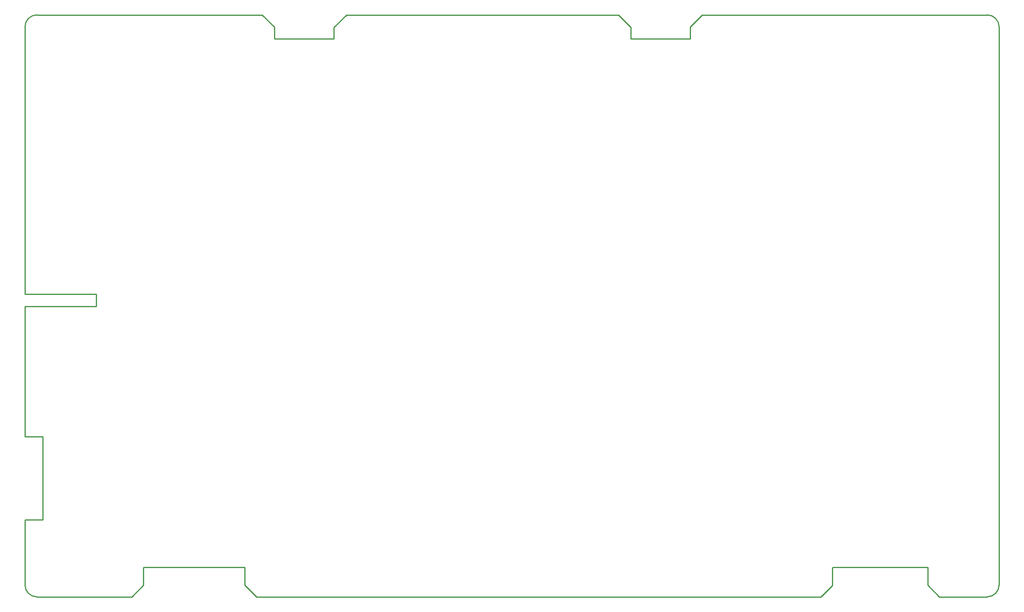
<source format=gm1>
G04*
G04 #@! TF.GenerationSoftware,Altium Limited,Altium Designer,23.7.1 (13)*
G04*
G04 Layer_Color=16711935*
%FSLAX44Y44*%
%MOMM*%
G71*
G04*
G04 #@! TF.SameCoordinates,780004CA-D6C6-4F34-BDD1-A59E27625C77*
G04*
G04*
G04 #@! TF.FilePolarity,Positive*
G04*
G01*
G75*
%ADD13C,0.2540*%
D13*
X0Y25400D02*
G03*
X25400Y0I25400J-0D01*
G01*
X2057400D02*
G03*
X2082800Y25400I0J25400D01*
G01*
Y1219200D02*
G03*
X2057400Y1244600I-25400J0D01*
G01*
X25400Y1244600D02*
G03*
X0Y1219200I-0J-25400D01*
G01*
X25400Y0D02*
X228600Y0D01*
X253440Y24840D01*
Y62380D01*
X254000Y62940D01*
X469900D01*
Y25400D02*
Y62940D01*
Y25400D02*
X495300Y0D01*
X1701800D01*
X1725870Y24070D01*
Y61610D01*
X1727200Y62940D01*
X1930400D01*
X1930436Y62905D01*
Y24840D02*
Y62905D01*
Y24840D02*
X1955276Y0D01*
X2057400Y0D01*
X2082800Y25400D02*
Y1219200D01*
X1447800Y1244600D02*
X2057400Y1244600D01*
X1422400Y1219200D02*
X1447800Y1244600D01*
X1422400Y1193240D02*
Y1219200D01*
X1295400Y1193240D02*
X1422400D01*
X1295400D02*
Y1218443D01*
X1269243Y1244600D02*
X1295400Y1218443D01*
X687359Y1244600D02*
X1269243D01*
X660562Y1217803D02*
X687359Y1244600D01*
X660562Y1193401D02*
Y1217803D01*
X660400Y1193240D02*
X660562Y1193401D01*
X533400Y1193240D02*
X660400D01*
X533400D02*
Y1218640D01*
X507440Y1244600D02*
X533400Y1218640D01*
X25400Y1244600D02*
X507440Y1244600D01*
X0Y1209040D02*
Y1219200D01*
Y1209040D02*
X0Y1142440D01*
X0Y647017D01*
X152400D01*
Y621740D02*
Y647017D01*
X152255Y621595D02*
X152400Y621740D01*
X0Y621595D02*
X152255D01*
X0Y342340D02*
Y621595D01*
Y342340D02*
X38100D01*
Y164540D02*
Y342340D01*
X37870Y164771D02*
X38100Y164540D01*
X681Y164771D02*
X37870D01*
X0Y164089D02*
X681Y164771D01*
X0Y25400D02*
X0Y164089D01*
M02*

</source>
